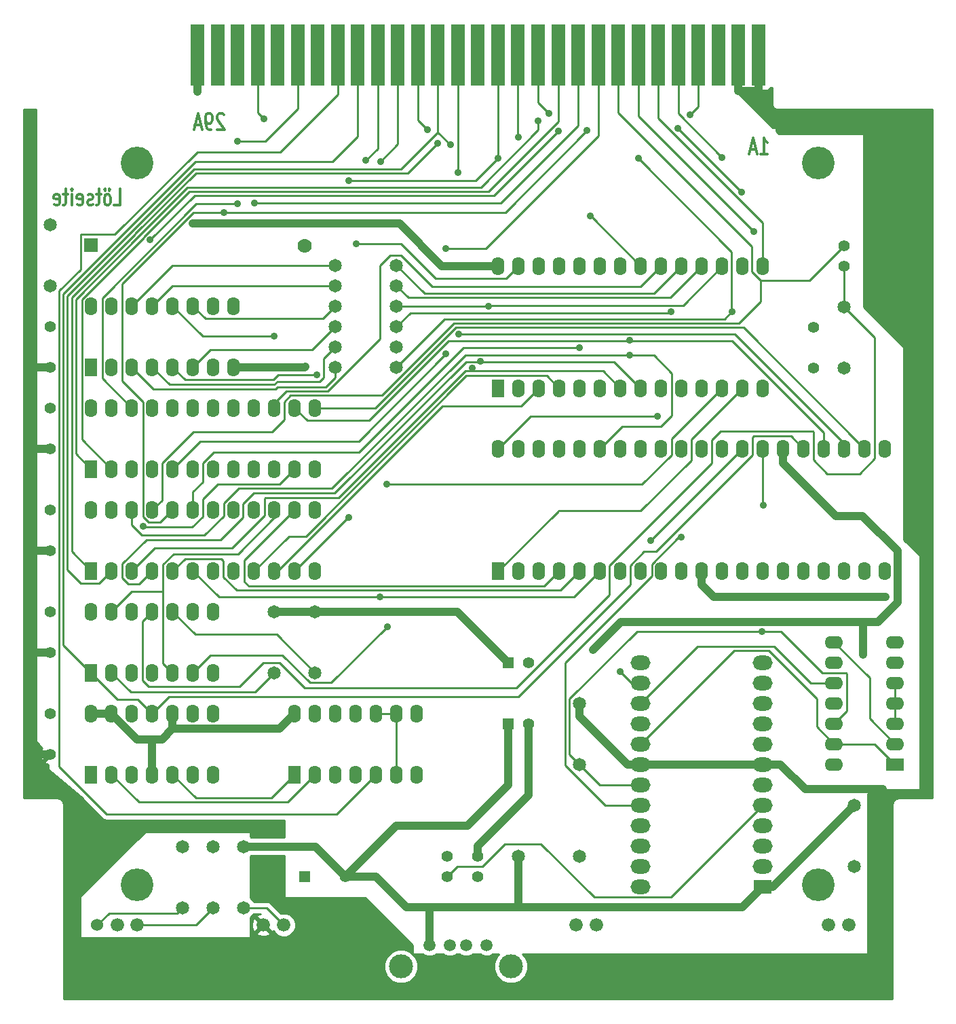
<source format=gbl>
G04 (created by PCBNEW-RS274X (2011-12-28 BZR 3254)-stable) date 23.01.2012 18:01:50*
G01*
G70*
G90*
%MOIN*%
G04 Gerber Fmt 3.4, Leading zero omitted, Abs format*
%FSLAX34Y34*%
G04 APERTURE LIST*
%ADD10C,0.006000*%
%ADD11C,0.012000*%
%ADD12R,0.062000X0.090000*%
%ADD13O,0.062000X0.090000*%
%ADD14R,0.090000X0.062000*%
%ADD15O,0.090000X0.062000*%
%ADD16C,0.055000*%
%ADD17R,0.070000X0.300000*%
%ADD18C,0.066000*%
%ADD19C,0.060000*%
%ADD20C,0.065000*%
%ADD21R,0.055000X0.055000*%
%ADD22C,0.059100*%
%ADD23C,0.118100*%
%ADD24C,0.160000*%
%ADD25C,0.070000*%
%ADD26R,0.070000X0.070000*%
%ADD27R,0.090000X0.070900*%
%ADD28O,0.098400X0.070900*%
%ADD29C,0.035000*%
%ADD30C,0.039400*%
%ADD31C,0.010000*%
G04 APERTURE END LIST*
G54D10*
G54D11*
X41674Y-19294D02*
X41960Y-19294D01*
X41960Y-18494D01*
X41388Y-19294D02*
X41446Y-19256D01*
X41474Y-19218D01*
X41503Y-19141D01*
X41503Y-18913D01*
X41474Y-18837D01*
X41446Y-18799D01*
X41388Y-18760D01*
X41303Y-18760D01*
X41246Y-18799D01*
X41217Y-18837D01*
X41188Y-18913D01*
X41188Y-19141D01*
X41217Y-19218D01*
X41246Y-19256D01*
X41303Y-19294D01*
X41388Y-19294D01*
X41446Y-18494D02*
X41417Y-18532D01*
X41446Y-18570D01*
X41474Y-18532D01*
X41446Y-18494D01*
X41446Y-18570D01*
X41217Y-18494D02*
X41188Y-18532D01*
X41217Y-18570D01*
X41246Y-18532D01*
X41217Y-18494D01*
X41217Y-18570D01*
X41017Y-18760D02*
X40788Y-18760D01*
X40931Y-18494D02*
X40931Y-19180D01*
X40903Y-19256D01*
X40845Y-19294D01*
X40788Y-19294D01*
X40617Y-19256D02*
X40560Y-19294D01*
X40445Y-19294D01*
X40388Y-19256D01*
X40360Y-19180D01*
X40360Y-19141D01*
X40388Y-19065D01*
X40445Y-19027D01*
X40531Y-19027D01*
X40588Y-18989D01*
X40617Y-18913D01*
X40617Y-18875D01*
X40588Y-18799D01*
X40531Y-18760D01*
X40445Y-18760D01*
X40388Y-18799D01*
X39874Y-19256D02*
X39931Y-19294D01*
X40045Y-19294D01*
X40102Y-19256D01*
X40131Y-19180D01*
X40131Y-18875D01*
X40102Y-18799D01*
X40045Y-18760D01*
X39931Y-18760D01*
X39874Y-18799D01*
X39845Y-18875D01*
X39845Y-18951D01*
X40131Y-19027D01*
X39588Y-19294D02*
X39588Y-18760D01*
X39588Y-18494D02*
X39617Y-18532D01*
X39588Y-18570D01*
X39560Y-18532D01*
X39588Y-18494D01*
X39588Y-18570D01*
X39388Y-18760D02*
X39159Y-18760D01*
X39302Y-18494D02*
X39302Y-19180D01*
X39274Y-19256D01*
X39216Y-19294D01*
X39159Y-19294D01*
X38731Y-19256D02*
X38788Y-19294D01*
X38902Y-19294D01*
X38959Y-19256D01*
X38988Y-19180D01*
X38988Y-18875D01*
X38959Y-18799D01*
X38902Y-18760D01*
X38788Y-18760D01*
X38731Y-18799D01*
X38702Y-18875D01*
X38702Y-18951D01*
X38988Y-19027D01*
X47071Y-14854D02*
X47042Y-14816D01*
X46985Y-14778D01*
X46842Y-14778D01*
X46785Y-14816D01*
X46756Y-14854D01*
X46728Y-14930D01*
X46728Y-15006D01*
X46756Y-15121D01*
X47099Y-15578D01*
X46728Y-15578D01*
X46443Y-15578D02*
X46328Y-15578D01*
X46271Y-15540D01*
X46243Y-15502D01*
X46185Y-15387D01*
X46157Y-15235D01*
X46157Y-14930D01*
X46185Y-14854D01*
X46214Y-14816D01*
X46271Y-14778D01*
X46385Y-14778D01*
X46443Y-14816D01*
X46471Y-14854D01*
X46500Y-14930D01*
X46500Y-15121D01*
X46471Y-15197D01*
X46443Y-15235D01*
X46385Y-15273D01*
X46271Y-15273D01*
X46214Y-15235D01*
X46185Y-15197D01*
X46157Y-15121D01*
X45929Y-15349D02*
X45643Y-15349D01*
X45986Y-15578D02*
X45786Y-14778D01*
X45586Y-15578D01*
X73431Y-16794D02*
X73774Y-16794D01*
X73602Y-16794D02*
X73602Y-15994D01*
X73659Y-16108D01*
X73717Y-16184D01*
X73774Y-16222D01*
X73203Y-16565D02*
X72917Y-16565D01*
X73260Y-16794D02*
X73060Y-15994D01*
X72860Y-16794D01*
G54D12*
X60546Y-37239D03*
G54D13*
X61546Y-37239D03*
X62546Y-37239D03*
X63546Y-37239D03*
X64546Y-37239D03*
X65546Y-37239D03*
X66546Y-37239D03*
X67546Y-37239D03*
X68546Y-37239D03*
X69546Y-37239D03*
X70546Y-37239D03*
X71546Y-37239D03*
X72546Y-37239D03*
X73546Y-37239D03*
X74546Y-37239D03*
X75546Y-37239D03*
X76546Y-37239D03*
X77546Y-37239D03*
X78546Y-37239D03*
X79546Y-37239D03*
X79546Y-31239D03*
X78546Y-31239D03*
X77546Y-31239D03*
X76546Y-31239D03*
X75546Y-31239D03*
X74546Y-31239D03*
X73546Y-31239D03*
X72546Y-31239D03*
X71546Y-31239D03*
X70546Y-31239D03*
X69546Y-31239D03*
X68546Y-31239D03*
X67546Y-31239D03*
X66546Y-31239D03*
X65546Y-31239D03*
X64546Y-31239D03*
X63546Y-31239D03*
X62546Y-31239D03*
X61546Y-31239D03*
X60546Y-31239D03*
G54D12*
X60546Y-28270D03*
G54D13*
X61546Y-28270D03*
X62546Y-28270D03*
X63546Y-28270D03*
X64546Y-28270D03*
X65546Y-28270D03*
X66546Y-28270D03*
X67546Y-28270D03*
X68546Y-28270D03*
X69546Y-28270D03*
X70546Y-28270D03*
X71546Y-28270D03*
X72546Y-28270D03*
X73546Y-28270D03*
X73546Y-22270D03*
X72546Y-22270D03*
X71546Y-22270D03*
X70546Y-22270D03*
X69546Y-22270D03*
X68546Y-22270D03*
X67546Y-22270D03*
X66546Y-22270D03*
X65546Y-22270D03*
X64546Y-22270D03*
X63546Y-22270D03*
X62546Y-22270D03*
X61546Y-22270D03*
X60546Y-22270D03*
G54D12*
X40546Y-37239D03*
G54D13*
X41546Y-37239D03*
X42546Y-37239D03*
X43546Y-37239D03*
X44546Y-37239D03*
X45546Y-37239D03*
X46546Y-37239D03*
X47546Y-37239D03*
X48546Y-37239D03*
X49546Y-37239D03*
X50546Y-37239D03*
X51546Y-37239D03*
X51546Y-34239D03*
X50546Y-34239D03*
X49546Y-34239D03*
X48546Y-34239D03*
X47546Y-34239D03*
X46546Y-34239D03*
X45546Y-34239D03*
X44546Y-34239D03*
X43546Y-34239D03*
X42546Y-34239D03*
X41546Y-34239D03*
X40546Y-34239D03*
G54D12*
X40546Y-32239D03*
G54D13*
X41546Y-32239D03*
X42546Y-32239D03*
X43546Y-32239D03*
X44546Y-32239D03*
X45546Y-32239D03*
X46546Y-32239D03*
X47546Y-32239D03*
X48546Y-32239D03*
X49546Y-32239D03*
X50546Y-32239D03*
X51546Y-32239D03*
X51546Y-29239D03*
X50546Y-29239D03*
X49546Y-29239D03*
X48546Y-29239D03*
X47546Y-29239D03*
X46546Y-29239D03*
X45546Y-29239D03*
X44546Y-29239D03*
X43546Y-29239D03*
X42546Y-29239D03*
X41546Y-29239D03*
X40546Y-29239D03*
G54D14*
X80046Y-46739D03*
G54D15*
X80046Y-45739D03*
X80046Y-44739D03*
X80046Y-43739D03*
X80046Y-42739D03*
X80046Y-41739D03*
X80046Y-40739D03*
X77046Y-40739D03*
X77046Y-41739D03*
X77046Y-42739D03*
X77046Y-43739D03*
X77046Y-44739D03*
X77046Y-45739D03*
X77046Y-46739D03*
G54D12*
X40546Y-42239D03*
G54D13*
X41546Y-42239D03*
X42546Y-42239D03*
X43546Y-42239D03*
X44546Y-42239D03*
X45546Y-42239D03*
X46546Y-42239D03*
X46546Y-39239D03*
X45546Y-39239D03*
X44546Y-39239D03*
X43546Y-39239D03*
X42546Y-39239D03*
X41546Y-39239D03*
X40546Y-39239D03*
G54D12*
X40546Y-47239D03*
G54D13*
X41546Y-47239D03*
X42546Y-47239D03*
X43546Y-47239D03*
X44546Y-47239D03*
X45546Y-47239D03*
X46546Y-47239D03*
X46546Y-44239D03*
X45546Y-44239D03*
X44546Y-44239D03*
X43546Y-44239D03*
X42546Y-44239D03*
X41546Y-44239D03*
X40546Y-44239D03*
G54D16*
X38546Y-39239D03*
X38546Y-41239D03*
X38546Y-44239D03*
X38546Y-46239D03*
X38546Y-34239D03*
X38546Y-36239D03*
X38546Y-29239D03*
X38546Y-31239D03*
X38546Y-25239D03*
X38546Y-27239D03*
G54D17*
X45766Y-11909D03*
X46751Y-11909D03*
X47735Y-11909D03*
X48719Y-11909D03*
X49703Y-11909D03*
X50688Y-11909D03*
X51672Y-11909D03*
X52656Y-11909D03*
X53640Y-11909D03*
X54625Y-11909D03*
X55609Y-11909D03*
X56593Y-11909D03*
X57577Y-11909D03*
X58562Y-11909D03*
X59546Y-11909D03*
X60530Y-11909D03*
X61514Y-11909D03*
X62499Y-11909D03*
X63483Y-11909D03*
X64467Y-11909D03*
X65451Y-11909D03*
X66436Y-11909D03*
X67420Y-11909D03*
X68404Y-11909D03*
X69388Y-11909D03*
X70373Y-11909D03*
X71357Y-11909D03*
X72341Y-11909D03*
X73325Y-11909D03*
G54D12*
X40546Y-27239D03*
G54D13*
X41546Y-27239D03*
X42546Y-27239D03*
X43546Y-27239D03*
X44546Y-27239D03*
X45546Y-27239D03*
X46546Y-27239D03*
X47546Y-27239D03*
X47546Y-24239D03*
X46546Y-24239D03*
X45546Y-24239D03*
X44546Y-24239D03*
X43546Y-24239D03*
X42546Y-24239D03*
X41546Y-24239D03*
X40546Y-24239D03*
G54D18*
X65361Y-54625D03*
X64361Y-54625D03*
X77762Y-54625D03*
X76762Y-54625D03*
X42813Y-54625D03*
X41829Y-54625D03*
G54D19*
X40845Y-54625D03*
G54D16*
X59546Y-52239D03*
X59546Y-51239D03*
X58046Y-52239D03*
X58046Y-51239D03*
G54D20*
X52546Y-27239D03*
X55546Y-27239D03*
X52546Y-26239D03*
X55546Y-26239D03*
X52546Y-25239D03*
X55546Y-25239D03*
X52546Y-24239D03*
X55546Y-24239D03*
X52546Y-23239D03*
X55546Y-23239D03*
X52546Y-22239D03*
X55546Y-22239D03*
G54D16*
X77546Y-21270D03*
X77546Y-22270D03*
G54D12*
X50546Y-47239D03*
G54D13*
X51546Y-47239D03*
X52546Y-47239D03*
X53546Y-47239D03*
X54546Y-47239D03*
X55546Y-47239D03*
X56546Y-47239D03*
X56546Y-44239D03*
X55546Y-44239D03*
X54546Y-44239D03*
X53546Y-44239D03*
X52546Y-44239D03*
X51546Y-44239D03*
X50546Y-44239D03*
G54D20*
X77546Y-27270D03*
X77546Y-24270D03*
X51546Y-39239D03*
X51546Y-42239D03*
X49546Y-39239D03*
X49546Y-42239D03*
X38546Y-23239D03*
X38546Y-20239D03*
X78046Y-48739D03*
X78046Y-51739D03*
X64546Y-46739D03*
X64546Y-43739D03*
G54D21*
X51046Y-52239D03*
G54D16*
X53046Y-52239D03*
G54D20*
X61546Y-51239D03*
X64546Y-51239D03*
X46546Y-50770D03*
X46546Y-53770D03*
X45046Y-50770D03*
X45046Y-53770D03*
G54D22*
X59962Y-55609D03*
X58962Y-55609D03*
X58162Y-55609D03*
X57162Y-55609D03*
G54D23*
X61162Y-56659D03*
X55762Y-56659D03*
G54D24*
X76278Y-52656D03*
X42814Y-52656D03*
X76278Y-17223D03*
X42814Y-17223D03*
G54D21*
X61046Y-44739D03*
G54D16*
X62046Y-44739D03*
G54D21*
X61046Y-41739D03*
G54D16*
X62046Y-41739D03*
G54D25*
X51046Y-21270D03*
G54D26*
X40546Y-21239D03*
G54D27*
X73546Y-52739D03*
G54D28*
X73546Y-51739D03*
X73546Y-50739D03*
X73546Y-49739D03*
X73546Y-48739D03*
X73546Y-47739D03*
X73546Y-46739D03*
X73546Y-45739D03*
X73546Y-44739D03*
X73546Y-43739D03*
X73546Y-42739D03*
X73546Y-41739D03*
X67546Y-41739D03*
X67546Y-42739D03*
X67546Y-43739D03*
X67546Y-44739D03*
X67546Y-45739D03*
X67546Y-46739D03*
X67546Y-47739D03*
X67546Y-48739D03*
X67546Y-49739D03*
X67546Y-50739D03*
X67546Y-51739D03*
X67546Y-52739D03*
G54D20*
X48046Y-50770D03*
X48046Y-53770D03*
G54D18*
X50007Y-54624D03*
X49007Y-54624D03*
G54D16*
X76046Y-27270D03*
X76046Y-25270D03*
G54D29*
X45767Y-13729D03*
X78469Y-41345D03*
X65208Y-41102D03*
X45527Y-20195D03*
X58597Y-25616D03*
X64899Y-15631D03*
X47066Y-19644D03*
X49034Y-15050D03*
X57974Y-26583D03*
X57973Y-21404D03*
X66996Y-26654D03*
X54036Y-17094D03*
X54748Y-17157D03*
X54719Y-38525D03*
X65080Y-19813D03*
X61518Y-15953D03*
X63019Y-14775D03*
X62502Y-15138D03*
X63503Y-15643D03*
X43444Y-20995D03*
X59678Y-26964D03*
X57061Y-15582D03*
X59262Y-27298D03*
X58186Y-16330D03*
X57578Y-16246D03*
X58550Y-17688D03*
X60543Y-16993D03*
X53190Y-18079D03*
X53193Y-34622D03*
X64527Y-26275D03*
X67417Y-16990D03*
X72020Y-24517D03*
X55088Y-39982D03*
X55074Y-32999D03*
X73093Y-20598D03*
X69024Y-24528D03*
X68356Y-29639D03*
X69380Y-15513D03*
X72505Y-18638D03*
X71545Y-16939D03*
X60048Y-24240D03*
X69966Y-14846D03*
X69529Y-35590D03*
X66991Y-25928D03*
X48559Y-19180D03*
X47743Y-16146D03*
X47736Y-19224D03*
X73552Y-34003D03*
X49531Y-25731D03*
X43087Y-35055D03*
X68017Y-35760D03*
X73492Y-40220D03*
X51640Y-27610D03*
X79430Y-47961D03*
X73325Y-13690D03*
X79557Y-38504D03*
X46546Y-49670D03*
X51054Y-27219D03*
X66545Y-42197D03*
X53554Y-21180D03*
G54D30*
X51546Y-39239D02*
X49546Y-39239D01*
X58546Y-39239D02*
X61046Y-41739D01*
X51546Y-39239D02*
X58546Y-39239D01*
X45766Y-13728D02*
X45767Y-13729D01*
X45766Y-11909D02*
X45766Y-13728D01*
X43546Y-47239D02*
X43546Y-45511D01*
X43546Y-45511D02*
X44026Y-45511D01*
X44026Y-45511D02*
X44546Y-44991D01*
X41546Y-44239D02*
X41546Y-44244D01*
X44546Y-44991D02*
X44546Y-44239D01*
X49794Y-44991D02*
X44546Y-44991D01*
X50546Y-44239D02*
X49794Y-44991D01*
X78469Y-39744D02*
X78469Y-41345D01*
X66566Y-39744D02*
X65208Y-41102D01*
X78469Y-39744D02*
X66566Y-39744D01*
X41546Y-44239D02*
X40546Y-44239D01*
X42813Y-45511D02*
X43546Y-45511D01*
X41546Y-44244D02*
X42813Y-45511D01*
X80157Y-36264D02*
X80157Y-38790D01*
X74546Y-31239D02*
X74546Y-31953D01*
X74546Y-31953D02*
X77140Y-34547D01*
X77140Y-34547D02*
X78440Y-34547D01*
X78440Y-34547D02*
X80157Y-36264D01*
X80157Y-38790D02*
X79203Y-39744D01*
X79203Y-39744D02*
X78469Y-39744D01*
X45527Y-20195D02*
X55692Y-20195D01*
X55692Y-20195D02*
X57767Y-22270D01*
X57767Y-22270D02*
X60546Y-22270D01*
G54D31*
X48081Y-36704D02*
X50546Y-34239D01*
X48081Y-37775D02*
X48081Y-36704D01*
X48295Y-37989D02*
X48081Y-37775D01*
X62796Y-37989D02*
X48295Y-37989D01*
X63546Y-37239D02*
X62796Y-37989D01*
X54732Y-22243D02*
X55238Y-21737D01*
X54732Y-25857D02*
X54732Y-22243D01*
X49546Y-29239D02*
X49546Y-29010D01*
X52159Y-28430D02*
X54732Y-25857D01*
X49546Y-29010D02*
X50126Y-28430D01*
X67531Y-23285D02*
X68546Y-22270D01*
X55760Y-21737D02*
X57308Y-23285D01*
X55238Y-21737D02*
X55760Y-21737D01*
X57308Y-23285D02*
X67531Y-23285D01*
X50126Y-28430D02*
X52159Y-28430D01*
X72160Y-25600D02*
X58613Y-25600D01*
X77546Y-30986D02*
X72160Y-25600D01*
X77546Y-31239D02*
X77546Y-30986D01*
X58613Y-25600D02*
X58597Y-25616D01*
X60886Y-19644D02*
X47066Y-19644D01*
X64899Y-15631D02*
X60886Y-19644D01*
X43928Y-34857D02*
X44546Y-34239D01*
X43083Y-34570D02*
X43370Y-34857D01*
X43083Y-28943D02*
X43083Y-34570D01*
X42067Y-27927D02*
X43083Y-28943D01*
X43370Y-34857D02*
X43928Y-34857D01*
X42067Y-23147D02*
X42067Y-27927D01*
X45570Y-19644D02*
X42067Y-23147D01*
X47066Y-19644D02*
X45570Y-19644D01*
X52607Y-49178D02*
X54546Y-47239D01*
X41291Y-49178D02*
X52607Y-49178D01*
X38974Y-46861D02*
X41291Y-49178D01*
X38974Y-23490D02*
X38974Y-46861D01*
X40016Y-22448D02*
X38974Y-23490D01*
X40016Y-20748D02*
X40016Y-22448D01*
X40044Y-20720D02*
X40016Y-20748D01*
X41707Y-20720D02*
X40044Y-20720D01*
X45752Y-16675D02*
X41707Y-20720D01*
X49818Y-16675D02*
X45752Y-16675D01*
X52656Y-13837D02*
X49818Y-16675D01*
X52656Y-11909D02*
X52656Y-13837D01*
X48719Y-14735D02*
X49034Y-15050D01*
X48719Y-11909D02*
X48719Y-14735D01*
X44546Y-32239D02*
X45910Y-30875D01*
X65451Y-15898D02*
X59945Y-21404D01*
X59945Y-21404D02*
X57973Y-21404D01*
X53682Y-30875D02*
X57974Y-26583D01*
X45910Y-30875D02*
X53682Y-30875D01*
X65451Y-11909D02*
X65451Y-15898D01*
X58939Y-26636D02*
X66978Y-26636D01*
X68182Y-26654D02*
X68182Y-26637D01*
X68182Y-26654D02*
X66996Y-26654D01*
X69075Y-27547D02*
X68182Y-26654D01*
X69075Y-29629D02*
X69075Y-27547D01*
X68546Y-30158D02*
X69075Y-29629D01*
X66627Y-30158D02*
X68546Y-30158D01*
X65546Y-31239D02*
X66627Y-30158D01*
X52380Y-33195D02*
X58939Y-26636D01*
X47782Y-33195D02*
X52380Y-33195D01*
X47054Y-33923D02*
X47782Y-33195D01*
X47054Y-34536D02*
X47054Y-33923D01*
X46100Y-35490D02*
X47054Y-34536D01*
X43042Y-35490D02*
X46100Y-35490D01*
X42546Y-34994D02*
X43042Y-35490D01*
X42546Y-34239D02*
X42546Y-34994D01*
X66978Y-26636D02*
X66996Y-26654D01*
X54625Y-11909D02*
X54625Y-16505D01*
X54625Y-16505D02*
X54036Y-17094D01*
X75847Y-22969D02*
X77546Y-21270D01*
X58379Y-25083D02*
X72366Y-25083D01*
X72366Y-25083D02*
X73422Y-24027D01*
X73422Y-24027D02*
X73422Y-22969D01*
X66436Y-11909D02*
X66436Y-14735D01*
X66436Y-14735D02*
X73012Y-21311D01*
X73012Y-21311D02*
X73012Y-22559D01*
X73012Y-22559D02*
X73422Y-22969D01*
X73422Y-22969D02*
X75847Y-22969D01*
X54829Y-28633D02*
X58379Y-25083D01*
X43546Y-34239D02*
X44018Y-33767D01*
X44018Y-33767D02*
X44018Y-31942D01*
X44018Y-31942D02*
X45555Y-30405D01*
X45555Y-30405D02*
X49428Y-30405D01*
X49428Y-30405D02*
X50018Y-29815D01*
X50018Y-29815D02*
X50018Y-28950D01*
X50018Y-28950D02*
X50335Y-28633D01*
X50335Y-28633D02*
X54829Y-28633D01*
G54D30*
X57162Y-55609D02*
X57162Y-53739D01*
X57162Y-53739D02*
X61546Y-53739D01*
X61546Y-51239D02*
X61546Y-53739D01*
X51577Y-50770D02*
X53046Y-52239D01*
X48046Y-50770D02*
X51577Y-50770D01*
X74046Y-52739D02*
X73546Y-52739D01*
X78046Y-48739D02*
X74046Y-52739D01*
X61546Y-53739D02*
X72546Y-53739D01*
X55546Y-49739D02*
X53046Y-52239D01*
X59046Y-49739D02*
X55546Y-49739D01*
X61046Y-47739D02*
X59046Y-49739D01*
X61046Y-44739D02*
X61046Y-47739D01*
X56046Y-53739D02*
X57162Y-53739D01*
X54546Y-52239D02*
X56046Y-53739D01*
X53046Y-52239D02*
X54546Y-52239D01*
X72546Y-53739D02*
X73546Y-52739D01*
G54D31*
X46832Y-38525D02*
X54719Y-38525D01*
X55609Y-16296D02*
X54748Y-17157D01*
X54719Y-38525D02*
X64260Y-38525D01*
X64260Y-38525D02*
X65546Y-37239D01*
X45546Y-37239D02*
X46832Y-38525D01*
X55609Y-11909D02*
X55609Y-16296D01*
X46944Y-36636D02*
X45149Y-36636D01*
X64546Y-37239D02*
X63593Y-38192D01*
X63593Y-38192D02*
X47703Y-38192D01*
X47046Y-36738D02*
X46944Y-36636D01*
X45149Y-36636D02*
X44546Y-37239D01*
X47703Y-38192D02*
X47046Y-37535D01*
X47046Y-37535D02*
X47046Y-36738D01*
X61514Y-15949D02*
X61518Y-15953D01*
X61514Y-11909D02*
X61514Y-15949D01*
X65089Y-19813D02*
X65080Y-19813D01*
X67546Y-22270D02*
X65089Y-19813D01*
X62499Y-11909D02*
X62499Y-14255D01*
X62499Y-14255D02*
X63019Y-14775D01*
X45278Y-18409D02*
X42913Y-20774D01*
X39786Y-31479D02*
X40546Y-32239D01*
X62502Y-15595D02*
X59688Y-18409D01*
X62502Y-15138D02*
X62502Y-15595D01*
X39786Y-23917D02*
X39786Y-31479D01*
X42913Y-20774D02*
X42913Y-20790D01*
X59688Y-18409D02*
X45278Y-18409D01*
X42913Y-20790D02*
X39786Y-23917D01*
X45363Y-18612D02*
X43116Y-20859D01*
X60067Y-18612D02*
X45363Y-18612D01*
X63483Y-15196D02*
X60067Y-18612D01*
X63483Y-11909D02*
X63483Y-15196D01*
X40082Y-30775D02*
X41546Y-32239D01*
X40082Y-23909D02*
X40082Y-30775D01*
X43116Y-20875D02*
X40082Y-23909D01*
X43116Y-20859D02*
X43116Y-20875D01*
X60331Y-18815D02*
X45624Y-18815D01*
X63503Y-15643D02*
X60331Y-18815D01*
X45624Y-18815D02*
X43444Y-20995D01*
X42079Y-37585D02*
X42370Y-37876D01*
X59678Y-26970D02*
X59678Y-26964D01*
X56593Y-15114D02*
X57061Y-15582D01*
X56593Y-11909D02*
X56593Y-15114D01*
X66246Y-26970D02*
X59678Y-26970D01*
X67546Y-28270D02*
X66246Y-26970D01*
X42370Y-37876D02*
X42909Y-37876D01*
X42079Y-36882D02*
X42079Y-37585D01*
X43252Y-35709D02*
X42079Y-36882D01*
X46904Y-35709D02*
X43252Y-35709D01*
X48010Y-34603D02*
X46904Y-35709D01*
X48010Y-33951D02*
X48010Y-34603D01*
X48528Y-33433D02*
X48010Y-33951D01*
X52497Y-33433D02*
X48528Y-33433D01*
X58960Y-26970D02*
X52497Y-33433D01*
X59678Y-26970D02*
X58960Y-26970D01*
X42909Y-37876D02*
X43546Y-37239D01*
X43669Y-36116D02*
X42546Y-37239D01*
X59262Y-27424D02*
X59262Y-27298D01*
X49071Y-34525D02*
X47480Y-36116D01*
X59262Y-27424D02*
X65700Y-27424D01*
X59262Y-27424D02*
X58918Y-27424D01*
X47480Y-36116D02*
X43669Y-36116D01*
X49071Y-33672D02*
X49071Y-34525D01*
X65700Y-27424D02*
X66546Y-28270D01*
X49107Y-33636D02*
X49071Y-33672D01*
X58918Y-27424D02*
X52706Y-33636D01*
X52706Y-33636D02*
X49107Y-33636D01*
X57576Y-15719D02*
X58186Y-16330D01*
X57577Y-15718D02*
X57576Y-15719D01*
X57577Y-11909D02*
X57577Y-15718D01*
X40943Y-37842D02*
X41546Y-37239D01*
X40037Y-37842D02*
X40943Y-37842D01*
X39380Y-37185D02*
X40037Y-37842D01*
X39380Y-23747D02*
X39380Y-37185D01*
X42507Y-20604D02*
X42507Y-20620D01*
X45597Y-17514D02*
X42507Y-20604D01*
X55781Y-17514D02*
X45597Y-17514D01*
X57576Y-15719D02*
X55781Y-17514D01*
X42507Y-20620D02*
X39380Y-23747D01*
X39583Y-23832D02*
X39583Y-36276D01*
X42710Y-20689D02*
X42710Y-20705D01*
X45682Y-17717D02*
X42710Y-20689D01*
X56107Y-17717D02*
X45682Y-17717D01*
X57578Y-16246D02*
X56107Y-17717D01*
X39583Y-36276D02*
X40546Y-37239D01*
X42710Y-20705D02*
X39583Y-23832D01*
X58562Y-17676D02*
X58550Y-17688D01*
X62941Y-27665D02*
X63546Y-28270D01*
X58976Y-27665D02*
X62941Y-27665D01*
X50251Y-35534D02*
X51107Y-35534D01*
X48546Y-37239D02*
X50251Y-35534D01*
X58562Y-11909D02*
X58562Y-17676D01*
X51107Y-35534D02*
X58976Y-27665D01*
X49713Y-37239D02*
X49546Y-37239D01*
X61677Y-29139D02*
X57813Y-29139D01*
X57813Y-29139D02*
X49713Y-37239D01*
X62546Y-28270D02*
X61677Y-29139D01*
X60530Y-16986D02*
X59437Y-18079D01*
X60530Y-16986D02*
X60536Y-16986D01*
X60530Y-11909D02*
X60530Y-16986D01*
X50546Y-37239D02*
X53163Y-34622D01*
X53163Y-34622D02*
X53193Y-34622D01*
X59437Y-18079D02*
X53190Y-18079D01*
X60536Y-16986D02*
X60543Y-16993D01*
X64527Y-26275D02*
X58839Y-26275D01*
X58839Y-26275D02*
X53711Y-31403D01*
X53711Y-31403D02*
X46576Y-31403D01*
X45546Y-33358D02*
X45546Y-34239D01*
X46021Y-31958D02*
X46021Y-32883D01*
X46576Y-31403D02*
X46021Y-31958D01*
X46021Y-32883D02*
X45546Y-33358D01*
X72013Y-21586D02*
X67417Y-16990D01*
X72013Y-24517D02*
X72013Y-21586D01*
X72013Y-24517D02*
X72020Y-24517D01*
X57905Y-24880D02*
X71650Y-24880D01*
X55546Y-27239D02*
X57905Y-24880D01*
X71650Y-24880D02*
X72013Y-24517D01*
X46411Y-41374D02*
X49946Y-41374D01*
X69069Y-31535D02*
X69069Y-30747D01*
X67605Y-32999D02*
X69069Y-31535D01*
X55074Y-32999D02*
X67605Y-32999D01*
X69069Y-30747D02*
X71546Y-28270D01*
X45546Y-42239D02*
X46411Y-41374D01*
X67420Y-14925D02*
X73093Y-20598D01*
X67420Y-11909D02*
X67420Y-14925D01*
X52341Y-42729D02*
X55088Y-39982D01*
X51301Y-42729D02*
X52341Y-42729D01*
X49946Y-41374D02*
X51301Y-42729D01*
X68984Y-24568D02*
X69024Y-24528D01*
X56217Y-24568D02*
X68984Y-24568D01*
X55546Y-25239D02*
X56217Y-24568D01*
X63484Y-34299D02*
X63485Y-34300D01*
X70018Y-30798D02*
X72546Y-28270D01*
X70018Y-31814D02*
X70018Y-30798D01*
X67534Y-34298D02*
X70018Y-31814D01*
X63484Y-34298D02*
X67534Y-34298D01*
X63484Y-34299D02*
X63484Y-34298D01*
X63483Y-34299D02*
X63484Y-34299D01*
X60546Y-37239D02*
X63483Y-34302D01*
X63483Y-34302D02*
X63483Y-34299D01*
X62146Y-29639D02*
X68356Y-29639D01*
X60546Y-31239D02*
X62146Y-29639D01*
X68404Y-15013D02*
X73546Y-20155D01*
X68404Y-11909D02*
X68404Y-15013D01*
X73546Y-20155D02*
X73546Y-22270D01*
X69380Y-15513D02*
X72505Y-18638D01*
X60087Y-24200D02*
X60048Y-24239D01*
X69616Y-24200D02*
X60087Y-24200D01*
X71546Y-22270D02*
X69616Y-24200D01*
X69388Y-11909D02*
X69388Y-14782D01*
X69388Y-14782D02*
X71545Y-16939D01*
X55546Y-24239D02*
X60048Y-24239D01*
X60048Y-24239D02*
X60048Y-24240D01*
X68999Y-23817D02*
X70546Y-22270D01*
X56124Y-23817D02*
X68999Y-23817D01*
X55546Y-23239D02*
X56124Y-23817D01*
X70373Y-11909D02*
X70373Y-14439D01*
X56921Y-23614D02*
X68202Y-23614D01*
X68202Y-23614D02*
X69546Y-22270D01*
X55546Y-22239D02*
X56921Y-23614D01*
X70373Y-14439D02*
X69966Y-14846D01*
X68083Y-36907D02*
X69400Y-35590D01*
X68083Y-37496D02*
X68083Y-36907D01*
X63843Y-41736D02*
X68083Y-37496D01*
X63843Y-46788D02*
X63843Y-41736D01*
X65794Y-48739D02*
X63843Y-46788D01*
X67546Y-48739D02*
X65794Y-48739D01*
X69400Y-35590D02*
X69529Y-35590D01*
X72042Y-25944D02*
X66991Y-25944D01*
X66991Y-25944D02*
X66991Y-25928D01*
X76546Y-30448D02*
X72042Y-25944D01*
X76546Y-31239D02*
X76546Y-30448D01*
X51151Y-29844D02*
X50546Y-29239D01*
X54208Y-29844D02*
X51151Y-29844D01*
X66991Y-25944D02*
X58108Y-25944D01*
X58108Y-25944D02*
X54208Y-29844D01*
X60668Y-19180D02*
X48559Y-19180D01*
X64467Y-15381D02*
X60668Y-19180D01*
X64467Y-11909D02*
X64467Y-15381D01*
X72593Y-25286D02*
X78546Y-31239D01*
X58464Y-25286D02*
X72593Y-25286D01*
X54511Y-29239D02*
X58464Y-25286D01*
X51546Y-29239D02*
X54511Y-29239D01*
X41546Y-47239D02*
X42894Y-48587D01*
X50198Y-48587D02*
X51546Y-47239D01*
X42894Y-48587D02*
X50198Y-48587D01*
X41082Y-27775D02*
X42546Y-29239D01*
X50688Y-11909D02*
X50688Y-14565D01*
X50688Y-14565D02*
X49107Y-16146D01*
X47736Y-19224D02*
X45702Y-19224D01*
X45702Y-19224D02*
X41082Y-23844D01*
X41082Y-23844D02*
X41082Y-27775D01*
X49107Y-16146D02*
X47743Y-16146D01*
X76196Y-43503D02*
X76196Y-44889D01*
X79046Y-45739D02*
X80046Y-46739D01*
X77046Y-45739D02*
X79046Y-45739D01*
X76196Y-44889D02*
X77046Y-45739D01*
X73842Y-41149D02*
X76196Y-43503D01*
X72136Y-41149D02*
X73842Y-41149D01*
X67546Y-45739D02*
X72136Y-41149D01*
X75896Y-42739D02*
X77046Y-42739D01*
X67546Y-43739D02*
X70340Y-40945D01*
X74102Y-40945D02*
X75896Y-42739D01*
X70340Y-40945D02*
X74102Y-40945D01*
X73546Y-33997D02*
X73552Y-34003D01*
X73546Y-31239D02*
X73546Y-33997D01*
X46038Y-25731D02*
X49531Y-25731D01*
X44546Y-24239D02*
X46038Y-25731D01*
X49805Y-32980D02*
X50546Y-32239D01*
X46018Y-34587D02*
X46018Y-33719D01*
X43087Y-35055D02*
X43128Y-35096D01*
X46757Y-32980D02*
X49805Y-32980D01*
X46018Y-33719D02*
X46757Y-32980D01*
X43128Y-35096D02*
X45509Y-35096D01*
X45509Y-35096D02*
X46018Y-34587D01*
X73030Y-31552D02*
X68299Y-36283D01*
X41845Y-43538D02*
X40546Y-42239D01*
X42845Y-43538D02*
X41845Y-43538D01*
X43546Y-44239D02*
X42845Y-43538D01*
X44376Y-43409D02*
X43546Y-44239D01*
X61518Y-43409D02*
X44376Y-43409D01*
X67017Y-37910D02*
X61518Y-43409D01*
X67017Y-36967D02*
X67017Y-37910D01*
X67701Y-36283D02*
X67017Y-36967D01*
X68299Y-36283D02*
X67701Y-36283D01*
X73102Y-30622D02*
X73030Y-30694D01*
X74929Y-30622D02*
X73102Y-30622D01*
X75546Y-31239D02*
X74929Y-30622D01*
X45675Y-17148D02*
X52408Y-17148D01*
X39177Y-23646D02*
X45675Y-17148D01*
X39177Y-40870D02*
X39177Y-23646D01*
X40546Y-42239D02*
X39177Y-40870D01*
X53640Y-15916D02*
X53640Y-11909D01*
X52408Y-17148D02*
X53640Y-15916D01*
X73030Y-30694D02*
X73030Y-31552D01*
X72546Y-31239D02*
X68025Y-35760D01*
X68025Y-35760D02*
X68017Y-35760D01*
X65546Y-47739D02*
X64546Y-46739D01*
X77671Y-44114D02*
X77046Y-44739D01*
X77671Y-42288D02*
X77671Y-44114D01*
X77643Y-42260D02*
X77671Y-42288D01*
X76478Y-42260D02*
X77643Y-42260D01*
X74438Y-40220D02*
X76478Y-42260D01*
X73492Y-40220D02*
X74438Y-40220D01*
X67356Y-40220D02*
X73492Y-40220D01*
X64046Y-43530D02*
X67356Y-40220D01*
X64046Y-46239D02*
X64046Y-43530D01*
X64546Y-46739D02*
X64046Y-46239D01*
X67546Y-47739D02*
X65546Y-47739D01*
X49723Y-27610D02*
X51640Y-27610D01*
X49490Y-27843D02*
X49723Y-27610D01*
X44546Y-27239D02*
X45150Y-27843D01*
X45150Y-27843D02*
X49490Y-27843D01*
G54D30*
X75632Y-47961D02*
X79430Y-47961D01*
X37577Y-31239D02*
X37577Y-36239D01*
X38546Y-36239D02*
X37577Y-36239D01*
X67546Y-46739D02*
X73546Y-46739D01*
X74410Y-46739D02*
X75632Y-47961D01*
X73546Y-46739D02*
X74410Y-46739D01*
X59546Y-50739D02*
X59546Y-51239D01*
X62046Y-48239D02*
X59546Y-50739D01*
X62046Y-44739D02*
X62046Y-48239D01*
X72352Y-13690D02*
X73325Y-13690D01*
X64546Y-44373D02*
X64546Y-43739D01*
X66912Y-46739D02*
X64546Y-44373D01*
X67546Y-46739D02*
X66912Y-46739D01*
X72341Y-13679D02*
X72352Y-13690D01*
X72341Y-11909D02*
X72341Y-13679D01*
X38546Y-27239D02*
X38544Y-27241D01*
X70546Y-37932D02*
X71118Y-38504D01*
X38546Y-46239D02*
X37577Y-46239D01*
X71118Y-38504D02*
X79557Y-38504D01*
X73325Y-11909D02*
X73325Y-13690D01*
X70546Y-37239D02*
X70546Y-37932D01*
X51034Y-27239D02*
X51054Y-27219D01*
X47546Y-27239D02*
X51034Y-27239D01*
X37577Y-46239D02*
X37577Y-41239D01*
X38546Y-31239D02*
X37577Y-31239D01*
X37577Y-31239D02*
X37577Y-27239D01*
X38546Y-27239D02*
X37577Y-27239D01*
X37577Y-27239D02*
X37546Y-27270D01*
X38546Y-41239D02*
X37577Y-41239D01*
X37577Y-41239D02*
X37577Y-36239D01*
G54D31*
X80046Y-43739D02*
X80046Y-44739D01*
X80046Y-42739D02*
X80046Y-43739D01*
X45691Y-54625D02*
X46546Y-53770D01*
X42813Y-54625D02*
X45691Y-54625D01*
X41424Y-54046D02*
X40845Y-54625D01*
X44770Y-54046D02*
X41424Y-54046D01*
X45046Y-53770D02*
X44770Y-54046D01*
X49546Y-34615D02*
X49546Y-34239D01*
X47759Y-36402D02*
X49546Y-34615D01*
X44583Y-36402D02*
X47759Y-36402D01*
X44074Y-36911D02*
X44583Y-36402D01*
X44074Y-38239D02*
X44074Y-36911D01*
X44074Y-41767D02*
X44074Y-38239D01*
X44546Y-42239D02*
X44074Y-41767D01*
X42546Y-38239D02*
X44074Y-38239D01*
X41546Y-39239D02*
X42546Y-38239D01*
X67087Y-42739D02*
X66545Y-42197D01*
X67546Y-42739D02*
X67087Y-42739D01*
X42506Y-43199D02*
X48586Y-43199D01*
X41546Y-42239D02*
X42506Y-43199D01*
X48586Y-43199D02*
X49546Y-42239D01*
X49401Y-48384D02*
X50546Y-47239D01*
X45691Y-48384D02*
X49401Y-48384D01*
X44546Y-47239D02*
X45691Y-48384D01*
X65259Y-53259D02*
X69026Y-53259D01*
X69026Y-53259D02*
X73546Y-48739D01*
X62640Y-50640D02*
X65259Y-53259D01*
X58046Y-52239D02*
X58546Y-51739D01*
X58546Y-51739D02*
X59757Y-51739D01*
X59757Y-51739D02*
X60856Y-50640D01*
X60856Y-50640D02*
X62640Y-50640D01*
X78799Y-44492D02*
X80046Y-45739D01*
X78799Y-42492D02*
X78799Y-44492D01*
X77046Y-40739D02*
X78799Y-42492D01*
X60943Y-22873D02*
X57472Y-22873D01*
X55779Y-21180D02*
X53554Y-21180D01*
X57472Y-22873D02*
X55779Y-21180D01*
X61546Y-22270D02*
X60943Y-22873D01*
X71046Y-30830D02*
X71480Y-30396D01*
X77546Y-24270D02*
X77546Y-22270D01*
X79046Y-25770D02*
X77546Y-24270D01*
X79046Y-31733D02*
X79046Y-25770D01*
X78299Y-32480D02*
X79046Y-31733D01*
X76703Y-32480D02*
X78299Y-32480D01*
X76018Y-31795D02*
X76703Y-32480D01*
X76018Y-30424D02*
X76018Y-31795D01*
X75990Y-30396D02*
X76018Y-30424D01*
X71480Y-30396D02*
X75990Y-30396D01*
X71046Y-31937D02*
X71046Y-30830D01*
X66010Y-36973D02*
X71046Y-31937D01*
X61446Y-42969D02*
X66010Y-38405D01*
X51017Y-42969D02*
X61446Y-42969D01*
X49809Y-41761D02*
X51017Y-42969D01*
X48986Y-41761D02*
X49809Y-41761D01*
X47834Y-42913D02*
X48986Y-41761D01*
X43368Y-42913D02*
X47834Y-42913D01*
X43074Y-42619D02*
X43368Y-42913D01*
X43074Y-39711D02*
X43074Y-42619D01*
X43546Y-39239D02*
X43074Y-39711D01*
X66010Y-38405D02*
X66010Y-36973D01*
X46408Y-26377D02*
X45546Y-27239D01*
X51408Y-26377D02*
X46408Y-26377D01*
X52546Y-25239D02*
X51408Y-26377D01*
X52546Y-27755D02*
X52546Y-27239D01*
X52074Y-28227D02*
X52546Y-27755D01*
X49606Y-28303D02*
X49682Y-28227D01*
X42546Y-27239D02*
X43610Y-28303D01*
X43610Y-28303D02*
X49606Y-28303D01*
X49682Y-28227D02*
X52074Y-28227D01*
X51968Y-26817D02*
X52546Y-26239D01*
X51968Y-27747D02*
X51968Y-26817D01*
X51777Y-27938D02*
X51968Y-27747D01*
X49683Y-27938D02*
X51777Y-27938D01*
X49523Y-28098D02*
X49683Y-27938D01*
X44405Y-28098D02*
X49523Y-28098D01*
X43546Y-27239D02*
X44405Y-28098D01*
X46154Y-24847D02*
X45546Y-24239D01*
X51938Y-24847D02*
X46154Y-24847D01*
X52546Y-24239D02*
X51938Y-24847D01*
X45669Y-40362D02*
X44546Y-39239D01*
X51546Y-42239D02*
X49669Y-40362D01*
X49669Y-40362D02*
X45669Y-40362D01*
X44546Y-23239D02*
X43546Y-24239D01*
X52546Y-23239D02*
X44546Y-23239D01*
X44546Y-22239D02*
X42546Y-24239D01*
X52546Y-22239D02*
X44546Y-22239D01*
X54546Y-44239D02*
X55546Y-44239D01*
X55546Y-44239D02*
X55546Y-47239D01*
X49153Y-53770D02*
X50007Y-54624D01*
X48046Y-53770D02*
X49153Y-53770D01*
G54D10*
G36*
X81859Y-48394D02*
X80215Y-48394D01*
X80091Y-48419D01*
X79985Y-48489D01*
X79915Y-48595D01*
X79890Y-48719D01*
X79890Y-58236D01*
X56602Y-58236D01*
X56602Y-56827D01*
X56602Y-56493D01*
X56475Y-56184D01*
X56239Y-55948D01*
X55930Y-55819D01*
X55596Y-55819D01*
X55287Y-55946D01*
X55051Y-56182D01*
X54922Y-56491D01*
X54922Y-56825D01*
X55049Y-57134D01*
X55285Y-57370D01*
X55594Y-57499D01*
X55928Y-57499D01*
X56237Y-57372D01*
X56473Y-57136D01*
X56602Y-56827D01*
X56602Y-58236D01*
X49336Y-58236D01*
X49336Y-55024D01*
X49007Y-54695D01*
X48936Y-54766D01*
X48936Y-54624D01*
X48607Y-54295D01*
X48511Y-54326D01*
X48434Y-54538D01*
X48445Y-54763D01*
X48511Y-54922D01*
X48607Y-54953D01*
X48936Y-54624D01*
X48936Y-54766D01*
X48678Y-55024D01*
X48709Y-55120D01*
X48921Y-55197D01*
X49146Y-55186D01*
X49305Y-55120D01*
X49336Y-55024D01*
X49336Y-58236D01*
X48376Y-58236D01*
X39202Y-58236D01*
X39202Y-48719D01*
X39177Y-48595D01*
X39107Y-48489D01*
X39001Y-48419D01*
X38877Y-48394D01*
X37233Y-48394D01*
X37233Y-14595D01*
X37842Y-14595D01*
X37842Y-45586D01*
X38099Y-45930D01*
X38098Y-45932D01*
X38110Y-45944D01*
X38125Y-45964D01*
X38094Y-45972D01*
X38027Y-46165D01*
X38038Y-46369D01*
X38094Y-46506D01*
X38185Y-46529D01*
X38393Y-46320D01*
X38433Y-46374D01*
X38433Y-46423D01*
X38256Y-46600D01*
X38279Y-46691D01*
X38433Y-46744D01*
X38433Y-46971D01*
X40015Y-48326D01*
X41078Y-49390D01*
X41079Y-49390D01*
X41176Y-49455D01*
X41290Y-49477D01*
X41291Y-49478D01*
X50047Y-49478D01*
X50047Y-50323D01*
X48412Y-50323D01*
X48376Y-50287D01*
X48376Y-50047D01*
X43186Y-50047D01*
X40008Y-53226D01*
X40008Y-55265D01*
X48376Y-55265D01*
X48376Y-54253D01*
X48533Y-54096D01*
X48543Y-54070D01*
X48848Y-54070D01*
X48709Y-54128D01*
X48678Y-54224D01*
X48972Y-54518D01*
X49007Y-54553D01*
X49078Y-54624D01*
X49113Y-54659D01*
X49407Y-54953D01*
X49502Y-54922D01*
X49503Y-54922D01*
X49515Y-54952D01*
X49678Y-55115D01*
X49891Y-55204D01*
X50122Y-55204D01*
X50335Y-55116D01*
X50498Y-54953D01*
X50587Y-54740D01*
X50587Y-54509D01*
X50499Y-54296D01*
X50336Y-54133D01*
X50123Y-54044D01*
X49892Y-54044D01*
X49863Y-54055D01*
X49365Y-53558D01*
X49268Y-53493D01*
X49153Y-53470D01*
X48544Y-53470D01*
X48534Y-53445D01*
X48376Y-53287D01*
X48376Y-51253D01*
X48412Y-51217D01*
X50047Y-51217D01*
X50047Y-53297D01*
X54013Y-53297D01*
X56346Y-55630D01*
X56346Y-56053D01*
X56837Y-56053D01*
X56854Y-56070D01*
X57054Y-56153D01*
X57270Y-56153D01*
X57470Y-56070D01*
X57487Y-56053D01*
X57837Y-56053D01*
X57854Y-56070D01*
X58054Y-56153D01*
X58270Y-56153D01*
X58470Y-56070D01*
X58487Y-56053D01*
X58637Y-56053D01*
X58654Y-56070D01*
X58854Y-56153D01*
X59070Y-56153D01*
X59270Y-56070D01*
X59287Y-56053D01*
X59623Y-56053D01*
X59641Y-56071D01*
X59659Y-56053D01*
X59676Y-56053D01*
X59683Y-56077D01*
X59884Y-56149D01*
X60096Y-56137D01*
X60241Y-56077D01*
X60247Y-56053D01*
X60265Y-56053D01*
X60283Y-56071D01*
X60301Y-56053D01*
X60580Y-56053D01*
X60451Y-56182D01*
X60322Y-56491D01*
X60322Y-56825D01*
X60449Y-57134D01*
X60685Y-57370D01*
X60994Y-57499D01*
X61328Y-57499D01*
X61637Y-57372D01*
X61873Y-57136D01*
X62002Y-56827D01*
X62002Y-56493D01*
X61875Y-56184D01*
X61744Y-56053D01*
X78690Y-56053D01*
X78690Y-48179D01*
X79478Y-48179D01*
X79478Y-47982D01*
X81250Y-47982D01*
X81250Y-36493D01*
X80462Y-35706D01*
X80462Y-26257D01*
X80053Y-25849D01*
X78494Y-24288D01*
X78494Y-15795D01*
X74331Y-15795D01*
X74199Y-15663D01*
X74199Y-15480D01*
X74016Y-15480D01*
X72194Y-13658D01*
X72229Y-13659D01*
X72291Y-13597D01*
X72291Y-13533D01*
X72391Y-13533D01*
X72391Y-13597D01*
X72453Y-13659D01*
X72740Y-13658D01*
X72832Y-13620D01*
X72833Y-13619D01*
X72834Y-13620D01*
X72926Y-13658D01*
X73213Y-13659D01*
X73275Y-13597D01*
X73275Y-13533D01*
X73375Y-13533D01*
X73375Y-13597D01*
X73437Y-13659D01*
X73724Y-13658D01*
X73816Y-13620D01*
X73886Y-13550D01*
X73893Y-13533D01*
X73985Y-13533D01*
X73985Y-14270D01*
X74010Y-14394D01*
X74080Y-14500D01*
X74186Y-14570D01*
X74310Y-14595D01*
X81859Y-14595D01*
X81859Y-16239D01*
X81859Y-48394D01*
X81859Y-48394D01*
G37*
G54D31*
X81859Y-48394D02*
X80215Y-48394D01*
X80091Y-48419D01*
X79985Y-48489D01*
X79915Y-48595D01*
X79890Y-48719D01*
X79890Y-58236D01*
X56602Y-58236D01*
X56602Y-56827D01*
X56602Y-56493D01*
X56475Y-56184D01*
X56239Y-55948D01*
X55930Y-55819D01*
X55596Y-55819D01*
X55287Y-55946D01*
X55051Y-56182D01*
X54922Y-56491D01*
X54922Y-56825D01*
X55049Y-57134D01*
X55285Y-57370D01*
X55594Y-57499D01*
X55928Y-57499D01*
X56237Y-57372D01*
X56473Y-57136D01*
X56602Y-56827D01*
X56602Y-58236D01*
X49336Y-58236D01*
X49336Y-55024D01*
X49007Y-54695D01*
X48936Y-54766D01*
X48936Y-54624D01*
X48607Y-54295D01*
X48511Y-54326D01*
X48434Y-54538D01*
X48445Y-54763D01*
X48511Y-54922D01*
X48607Y-54953D01*
X48936Y-54624D01*
X48936Y-54766D01*
X48678Y-55024D01*
X48709Y-55120D01*
X48921Y-55197D01*
X49146Y-55186D01*
X49305Y-55120D01*
X49336Y-55024D01*
X49336Y-58236D01*
X48376Y-58236D01*
X39202Y-58236D01*
X39202Y-48719D01*
X39177Y-48595D01*
X39107Y-48489D01*
X39001Y-48419D01*
X38877Y-48394D01*
X37233Y-48394D01*
X37233Y-14595D01*
X37842Y-14595D01*
X37842Y-45586D01*
X38099Y-45930D01*
X38098Y-45932D01*
X38110Y-45944D01*
X38125Y-45964D01*
X38094Y-45972D01*
X38027Y-46165D01*
X38038Y-46369D01*
X38094Y-46506D01*
X38185Y-46529D01*
X38393Y-46320D01*
X38433Y-46374D01*
X38433Y-46423D01*
X38256Y-46600D01*
X38279Y-46691D01*
X38433Y-46744D01*
X38433Y-46971D01*
X40015Y-48326D01*
X41078Y-49390D01*
X41079Y-49390D01*
X41176Y-49455D01*
X41290Y-49477D01*
X41291Y-49478D01*
X50047Y-49478D01*
X50047Y-50323D01*
X48412Y-50323D01*
X48376Y-50287D01*
X48376Y-50047D01*
X43186Y-50047D01*
X40008Y-53226D01*
X40008Y-55265D01*
X48376Y-55265D01*
X48376Y-54253D01*
X48533Y-54096D01*
X48543Y-54070D01*
X48848Y-54070D01*
X48709Y-54128D01*
X48678Y-54224D01*
X48972Y-54518D01*
X49007Y-54553D01*
X49078Y-54624D01*
X49113Y-54659D01*
X49407Y-54953D01*
X49502Y-54922D01*
X49503Y-54922D01*
X49515Y-54952D01*
X49678Y-55115D01*
X49891Y-55204D01*
X50122Y-55204D01*
X50335Y-55116D01*
X50498Y-54953D01*
X50587Y-54740D01*
X50587Y-54509D01*
X50499Y-54296D01*
X50336Y-54133D01*
X50123Y-54044D01*
X49892Y-54044D01*
X49863Y-54055D01*
X49365Y-53558D01*
X49268Y-53493D01*
X49153Y-53470D01*
X48544Y-53470D01*
X48534Y-53445D01*
X48376Y-53287D01*
X48376Y-51253D01*
X48412Y-51217D01*
X50047Y-51217D01*
X50047Y-53297D01*
X54013Y-53297D01*
X56346Y-55630D01*
X56346Y-56053D01*
X56837Y-56053D01*
X56854Y-56070D01*
X57054Y-56153D01*
X57270Y-56153D01*
X57470Y-56070D01*
X57487Y-56053D01*
X57837Y-56053D01*
X57854Y-56070D01*
X58054Y-56153D01*
X58270Y-56153D01*
X58470Y-56070D01*
X58487Y-56053D01*
X58637Y-56053D01*
X58654Y-56070D01*
X58854Y-56153D01*
X59070Y-56153D01*
X59270Y-56070D01*
X59287Y-56053D01*
X59623Y-56053D01*
X59641Y-56071D01*
X59659Y-56053D01*
X59676Y-56053D01*
X59683Y-56077D01*
X59884Y-56149D01*
X60096Y-56137D01*
X60241Y-56077D01*
X60247Y-56053D01*
X60265Y-56053D01*
X60283Y-56071D01*
X60301Y-56053D01*
X60580Y-56053D01*
X60451Y-56182D01*
X60322Y-56491D01*
X60322Y-56825D01*
X60449Y-57134D01*
X60685Y-57370D01*
X60994Y-57499D01*
X61328Y-57499D01*
X61637Y-57372D01*
X61873Y-57136D01*
X62002Y-56827D01*
X62002Y-56493D01*
X61875Y-56184D01*
X61744Y-56053D01*
X78690Y-56053D01*
X78690Y-48179D01*
X79478Y-48179D01*
X79478Y-47982D01*
X81250Y-47982D01*
X81250Y-36493D01*
X80462Y-35706D01*
X80462Y-26257D01*
X80053Y-25849D01*
X78494Y-24288D01*
X78494Y-15795D01*
X74331Y-15795D01*
X74199Y-15663D01*
X74199Y-15480D01*
X74016Y-15480D01*
X72194Y-13658D01*
X72229Y-13659D01*
X72291Y-13597D01*
X72291Y-13533D01*
X72391Y-13533D01*
X72391Y-13597D01*
X72453Y-13659D01*
X72740Y-13658D01*
X72832Y-13620D01*
X72833Y-13619D01*
X72834Y-13620D01*
X72926Y-13658D01*
X73213Y-13659D01*
X73275Y-13597D01*
X73275Y-13533D01*
X73375Y-13533D01*
X73375Y-13597D01*
X73437Y-13659D01*
X73724Y-13658D01*
X73816Y-13620D01*
X73886Y-13550D01*
X73893Y-13533D01*
X73985Y-13533D01*
X73985Y-14270D01*
X74010Y-14394D01*
X74080Y-14500D01*
X74186Y-14570D01*
X74310Y-14595D01*
X81859Y-14595D01*
X81859Y-16239D01*
X81859Y-48394D01*
M02*

</source>
